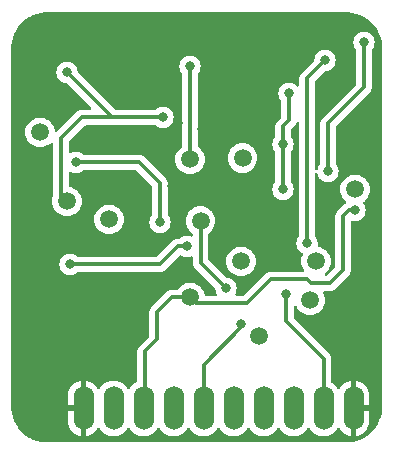
<source format=gbl>
G04 #@! TF.GenerationSoftware,KiCad,Pcbnew,8.0.1-rc1*
G04 #@! TF.CreationDate,2024-03-16T10:33:16-04:00*
G04 #@! TF.ProjectId,boostlet,626f6f73-746c-4657-942e-6b696361645f,rev?*
G04 #@! TF.SameCoordinates,Original*
G04 #@! TF.FileFunction,Copper,L2,Bot*
G04 #@! TF.FilePolarity,Positive*
%FSLAX46Y46*%
G04 Gerber Fmt 4.6, Leading zero omitted, Abs format (unit mm)*
G04 Created by KiCad (PCBNEW 8.0.1-rc1) date 2024-03-16 10:33:16*
%MOMM*%
%LPD*%
G01*
G04 APERTURE LIST*
G04 #@! TA.AperFunction,ComponentPad*
%ADD10O,1.700000X3.700000*%
G04 #@! TD*
G04 #@! TA.AperFunction,SMDPad,CuDef*
%ADD11C,1.500000*%
G04 #@! TD*
G04 #@! TA.AperFunction,ViaPad*
%ADD12C,0.800000*%
G04 #@! TD*
G04 #@! TA.AperFunction,Conductor*
%ADD13C,0.304800*%
G04 #@! TD*
G04 APERTURE END LIST*
D10*
G04 #@! TO.P,J4,1,Pin_1*
G04 #@! TO.N,GND*
X111887000Y-112776000D03*
G04 #@! TO.P,J4,2,Pin_2*
G04 #@! TO.N,/V_BUS*
X114427000Y-112776000D03*
G04 #@! TO.P,J4,3,Pin_3*
G04 #@! TO.N,VCC*
X116967000Y-112776000D03*
G04 #@! TO.P,J4,4,Pin_4*
G04 #@! TO.N,/V_BATT*
X119507000Y-112776000D03*
G04 #@! TO.P,J4,5,Pin_5*
G04 #@! TO.N,/BATT_SIG*
X122047000Y-112776000D03*
G04 #@! TO.P,J4,6,Pin_6*
G04 #@! TO.N,/NEO_OUT1*
X124587000Y-112776000D03*
G04 #@! TO.P,J4,7,Pin_7*
G04 #@! TO.N,/NEO_IN1*
X127127000Y-112776000D03*
G04 #@! TO.P,J4,8,Pin_8*
G04 #@! TO.N,/3.3V*
X129667000Y-112776000D03*
G04 #@! TO.P,J4,9,Pin_9*
G04 #@! TO.N,/5V*
X132207000Y-112776000D03*
G04 #@! TO.P,J4,10,Pin_10*
G04 #@! TO.N,GND*
X134747000Y-112776000D03*
G04 #@! TD*
D11*
G04 #@! TO.P,TP4,1,1*
G04 #@! TO.N,Net-(JP1-B)*
X110490000Y-95250000D03*
G04 #@! TD*
G04 #@! TO.P,TP16,1,1*
G04 #@! TO.N,/BATT_SIG*
X121793000Y-96901000D03*
G04 #@! TD*
G04 #@! TO.P,TP15,1,1*
G04 #@! TO.N,/5V*
X134874000Y-94234000D03*
G04 #@! TD*
G04 #@! TO.P,TP5,1,1*
G04 #@! TO.N,/NEO_OUT1*
X125222000Y-100330000D03*
G04 #@! TD*
G04 #@! TO.P,TP11,1,1*
G04 #@! TO.N,Net-(JP2-B)*
X131572000Y-100330000D03*
G04 #@! TD*
G04 #@! TO.P,TP2,1,1*
G04 #@! TO.N,VCC*
X120904000Y-103378000D03*
G04 #@! TD*
G04 #@! TO.P,TP14,1,1*
G04 #@! TO.N,Net-(D2-K)*
X125349000Y-91567000D03*
G04 #@! TD*
G04 #@! TO.P,TP6,1,1*
G04 #@! TO.N,Net-(U1-EN)*
X114046000Y-96774000D03*
G04 #@! TD*
G04 #@! TO.P,TP3,1,1*
G04 #@! TO.N,/V_BATT*
X108204000Y-89408000D03*
G04 #@! TD*
G04 #@! TO.P,TP13,1,1*
G04 #@! TO.N,/3.3V*
X131064000Y-103632000D03*
G04 #@! TD*
G04 #@! TO.P,TP1,1,1*
G04 #@! TO.N,/NEO_IN1*
X126746000Y-106680000D03*
G04 #@! TD*
G04 #@! TO.P,TP12,1,1*
G04 #@! TO.N,/V_BOOST*
X120904000Y-91694000D03*
G04 #@! TD*
D12*
G04 #@! TO.N,/5V*
X120650000Y-99060000D03*
X110744000Y-100584000D03*
X129032000Y-103124000D03*
X132588000Y-92710000D03*
X135636000Y-81788000D03*
X134874000Y-94234000D03*
G04 #@! TO.N,/V_BATT*
X108204000Y-89408000D03*
X118364000Y-97028000D03*
X111252000Y-91948000D03*
G04 #@! TO.N,/V_BOOST*
X120904000Y-83820000D03*
X120904000Y-91694000D03*
G04 #@! TO.N,Net-(JP1-B)*
X110490000Y-95250000D03*
X118618000Y-88138000D03*
X110490000Y-84328000D03*
G04 #@! TO.N,/3.3V*
X131064000Y-103632000D03*
G04 #@! TO.N,/NEO_OUT1*
X125222000Y-100330000D03*
G04 #@! TO.N,GND*
X116332000Y-85344000D03*
X116840000Y-101854000D03*
X119888000Y-88646000D03*
X133858000Y-107188000D03*
X131572000Y-105664000D03*
X121920000Y-94488000D03*
X119380000Y-93980000D03*
X123444000Y-91948000D03*
X115824000Y-106680000D03*
X129286000Y-99822000D03*
X129286000Y-96774000D03*
X127254000Y-96012000D03*
X125984000Y-80772000D03*
X121920000Y-89154000D03*
G04 #@! TO.N,VCC*
X120904000Y-103378000D03*
X134874000Y-96012000D03*
G04 #@! TO.N,/BATT_SIG*
X125222000Y-105664000D03*
X121793000Y-97028000D03*
X123952000Y-102616000D03*
G04 #@! TO.N,/NEO_IN1*
X126746000Y-106680000D03*
G04 #@! TO.N,Net-(D2-K)*
X125349000Y-91567000D03*
G04 #@! TO.N,Net-(JP2-B)*
X131572000Y-100330000D03*
X130810000Y-98806000D03*
X132334000Y-83312000D03*
G04 #@! TO.N,Net-(U1-EN)*
X114046000Y-96774000D03*
G04 #@! TO.N,/V_BUS*
X128778000Y-94234000D03*
X128777000Y-90423000D03*
X129286000Y-86106000D03*
G04 #@! TD*
D13*
G04 #@! TO.N,/5V*
X135636000Y-81788000D02*
X135636000Y-85598000D01*
X110744000Y-100584000D02*
X118364000Y-100584000D01*
X118364000Y-100584000D02*
X119888000Y-99060000D01*
X132588000Y-88646000D02*
X132588000Y-92710000D01*
X132207000Y-108585000D02*
X132207000Y-112776000D01*
X129032000Y-103124000D02*
X129032000Y-105410000D01*
X119888000Y-99060000D02*
X120650000Y-99060000D01*
X129032000Y-105410000D02*
X132207000Y-108585000D01*
X135636000Y-85598000D02*
X132588000Y-88646000D01*
G04 #@! TO.N,/V_BATT*
X116586000Y-91948000D02*
X118364000Y-93726000D01*
X111252000Y-91948000D02*
X116586000Y-91948000D01*
X118364000Y-93726000D02*
X118364000Y-97028000D01*
G04 #@! TO.N,/V_BOOST*
X120904000Y-91694000D02*
X120904000Y-83820000D01*
G04 #@! TO.N,Net-(JP1-B)*
X111760000Y-88138000D02*
X109982000Y-89916000D01*
X110490000Y-84328000D02*
X114300000Y-88138000D01*
X109982000Y-89916000D02*
X109982000Y-94742000D01*
X114300000Y-88138000D02*
X118618000Y-88138000D01*
X109982000Y-94742000D02*
X110490000Y-95250000D01*
X114300000Y-88138000D02*
X111760000Y-88138000D01*
G04 #@! TO.N,VCC*
X134366000Y-96012000D02*
X134874000Y-96012000D01*
X132755600Y-102194400D02*
X133858000Y-101092000D01*
X118110000Y-104648000D02*
X119380000Y-103378000D01*
X120904000Y-103378000D02*
X121412000Y-103886000D01*
X131150400Y-102194400D02*
X132755600Y-102194400D01*
X117094000Y-112649000D02*
X117094000Y-107950000D01*
X133858000Y-96520000D02*
X134366000Y-96012000D01*
X133858000Y-101092000D02*
X133858000Y-96520000D01*
X117094000Y-107950000D02*
X118110000Y-106934000D01*
X125730000Y-103886000D02*
X127762000Y-101854000D01*
X118110000Y-106934000D02*
X118110000Y-104648000D01*
X127762000Y-101854000D02*
X130810000Y-101854000D01*
X121412000Y-103886000D02*
X125730000Y-103886000D01*
X130810000Y-101854000D02*
X131150400Y-102194400D01*
X116967000Y-112776000D02*
X117094000Y-112649000D01*
X119380000Y-103378000D02*
X120904000Y-103378000D01*
G04 #@! TO.N,/BATT_SIG*
X125222000Y-105664000D02*
X125222000Y-105918000D01*
X125222000Y-105918000D02*
X122047000Y-109093000D01*
X122047000Y-97282000D02*
X121793000Y-97028000D01*
X121793000Y-100457000D02*
X121793000Y-97028000D01*
X123952000Y-102616000D02*
X121793000Y-100457000D01*
X122047000Y-109093000D02*
X122047000Y-112776000D01*
G04 #@! TO.N,Net-(JP2-B)*
X130810000Y-84836000D02*
X132334000Y-83312000D01*
X130810000Y-98806000D02*
X130810000Y-84836000D01*
G04 #@! TO.N,/V_BUS*
X129286000Y-88392000D02*
X129286000Y-86106000D01*
X128778000Y-88900000D02*
X129286000Y-88392000D01*
X128778000Y-94234000D02*
X128778000Y-88900000D01*
G04 #@! TD*
G04 #@! TA.AperFunction,Conductor*
G04 #@! TO.N,GND*
G36*
X134160855Y-79249011D02*
G01*
X134322269Y-79251274D01*
X134334390Y-79252041D01*
X134638553Y-79286312D01*
X134655992Y-79288277D01*
X134669700Y-79290606D01*
X134984366Y-79362426D01*
X134997725Y-79366273D01*
X135302392Y-79472881D01*
X135315228Y-79478199D01*
X135605867Y-79618163D01*
X135606025Y-79618239D01*
X135618195Y-79624965D01*
X135891486Y-79796685D01*
X135902827Y-79804732D01*
X136155173Y-80005971D01*
X136165541Y-80015237D01*
X136393762Y-80243458D01*
X136403028Y-80253826D01*
X136604267Y-80506172D01*
X136612314Y-80517513D01*
X136784034Y-80790804D01*
X136790760Y-80802974D01*
X136930798Y-81093766D01*
X136936120Y-81106613D01*
X137042724Y-81411270D01*
X137046573Y-81424633D01*
X137118393Y-81739299D01*
X137120722Y-81753007D01*
X137156957Y-82074597D01*
X137157725Y-82086743D01*
X137159988Y-82248144D01*
X137160000Y-82249882D01*
X137160000Y-112648117D01*
X137159988Y-112649855D01*
X137157725Y-112811256D01*
X137156957Y-112823402D01*
X137120722Y-113144992D01*
X137118393Y-113158700D01*
X137046573Y-113473366D01*
X137042724Y-113486729D01*
X136936120Y-113791386D01*
X136930798Y-113804233D01*
X136790760Y-114095025D01*
X136784034Y-114107195D01*
X136612314Y-114380486D01*
X136604267Y-114391827D01*
X136403028Y-114644173D01*
X136393762Y-114654541D01*
X136165541Y-114882762D01*
X136155173Y-114892028D01*
X135902827Y-115093267D01*
X135891486Y-115101314D01*
X135618195Y-115273034D01*
X135606025Y-115279760D01*
X135315233Y-115419798D01*
X135302386Y-115425120D01*
X134997729Y-115531724D01*
X134984366Y-115535573D01*
X134669700Y-115607393D01*
X134655992Y-115609722D01*
X134334402Y-115645957D01*
X134322256Y-115646725D01*
X134160856Y-115648988D01*
X134159118Y-115649000D01*
X108760860Y-115649000D01*
X108759187Y-115648989D01*
X108754561Y-115648926D01*
X108597769Y-115646809D01*
X108585560Y-115646040D01*
X108263992Y-115609808D01*
X108250284Y-115607479D01*
X107935609Y-115535657D01*
X107922246Y-115531808D01*
X107617583Y-115425202D01*
X107604736Y-115419880D01*
X107313932Y-115279836D01*
X107301762Y-115273110D01*
X107028463Y-115101385D01*
X107017122Y-115093338D01*
X106764768Y-114892093D01*
X106754400Y-114882827D01*
X106526172Y-114654599D01*
X106516906Y-114644231D01*
X106388981Y-114483818D01*
X106315659Y-114391874D01*
X106307614Y-114380536D01*
X106135889Y-114107237D01*
X106129163Y-114095067D01*
X105989119Y-113804263D01*
X105983797Y-113791416D01*
X105983787Y-113791386D01*
X105877188Y-113486743D01*
X105873342Y-113473390D01*
X105801520Y-113158715D01*
X105799191Y-113145007D01*
X105762958Y-112823433D01*
X105762190Y-112811229D01*
X105760011Y-112649813D01*
X105760000Y-112648139D01*
X105760000Y-100584000D01*
X109838540Y-100584000D01*
X109858326Y-100772256D01*
X109858327Y-100772259D01*
X109916818Y-100952277D01*
X109916821Y-100952284D01*
X110011467Y-101116216D01*
X110110489Y-101226191D01*
X110138129Y-101256888D01*
X110291265Y-101368148D01*
X110291270Y-101368151D01*
X110464192Y-101445142D01*
X110464197Y-101445144D01*
X110649354Y-101484500D01*
X110649355Y-101484500D01*
X110838644Y-101484500D01*
X110838646Y-101484500D01*
X111023803Y-101445144D01*
X111196730Y-101368151D01*
X111302097Y-101291598D01*
X111344787Y-101260582D01*
X111410593Y-101237102D01*
X111417672Y-101236900D01*
X118428307Y-101236900D01*
X118513165Y-101220019D01*
X118554444Y-101211809D01*
X118673264Y-101162592D01*
X118682673Y-101156305D01*
X118780200Y-101091141D01*
X120023874Y-99847464D01*
X120085195Y-99813981D01*
X120154886Y-99818965D01*
X120184437Y-99834828D01*
X120197269Y-99844151D01*
X120370192Y-99921142D01*
X120370197Y-99921144D01*
X120555354Y-99960500D01*
X120555355Y-99960500D01*
X120744644Y-99960500D01*
X120744646Y-99960500D01*
X120929803Y-99921144D01*
X120940146Y-99916538D01*
X120965664Y-99905178D01*
X121034914Y-99895893D01*
X121098191Y-99925521D01*
X121135404Y-99984656D01*
X121140100Y-100018457D01*
X121140100Y-100521305D01*
X121140100Y-100521307D01*
X121140099Y-100521307D01*
X121165189Y-100647438D01*
X121165191Y-100647444D01*
X121211532Y-100759322D01*
X121214408Y-100766264D01*
X121285859Y-100873200D01*
X121285862Y-100873204D01*
X121285863Y-100873205D01*
X123017589Y-102604930D01*
X123051074Y-102666253D01*
X123053229Y-102679649D01*
X123066326Y-102804257D01*
X123066327Y-102804260D01*
X123124818Y-102984277D01*
X123124821Y-102984284D01*
X123161088Y-103047100D01*
X123177561Y-103115000D01*
X123154708Y-103181027D01*
X123099787Y-103224218D01*
X123053701Y-103233100D01*
X122254936Y-103233100D01*
X122187897Y-103213415D01*
X122142142Y-103160611D01*
X122135162Y-103141198D01*
X122083575Y-102948670D01*
X121991102Y-102750362D01*
X121991100Y-102750359D01*
X121991099Y-102750357D01*
X121865599Y-102571124D01*
X121801375Y-102506900D01*
X121710877Y-102416402D01*
X121531639Y-102290898D01*
X121531640Y-102290898D01*
X121531638Y-102290897D01*
X121432484Y-102244661D01*
X121333330Y-102198425D01*
X121333326Y-102198424D01*
X121333322Y-102198422D01*
X121121977Y-102141793D01*
X120904002Y-102122723D01*
X120903998Y-102122723D01*
X120758682Y-102135436D01*
X120686023Y-102141793D01*
X120686020Y-102141793D01*
X120474677Y-102198422D01*
X120474668Y-102198426D01*
X120276361Y-102290898D01*
X120276357Y-102290900D01*
X120097121Y-102416402D01*
X119942402Y-102571121D01*
X119871611Y-102672223D01*
X119817034Y-102715848D01*
X119770036Y-102725100D01*
X119315693Y-102725100D01*
X119189561Y-102750189D01*
X119189555Y-102750191D01*
X119070737Y-102799407D01*
X118963797Y-102870861D01*
X118963796Y-102870862D01*
X117602863Y-104231794D01*
X117602862Y-104231795D01*
X117535575Y-104332500D01*
X117531404Y-104338741D01*
X117482192Y-104457551D01*
X117482191Y-104457556D01*
X117457100Y-104583692D01*
X117457100Y-106612196D01*
X117437415Y-106679235D01*
X117420781Y-106699877D01*
X116586863Y-107533794D01*
X116586862Y-107533795D01*
X116515407Y-107640737D01*
X116466191Y-107759555D01*
X116466189Y-107759561D01*
X116441100Y-107885692D01*
X116441100Y-110452270D01*
X116421415Y-110519309D01*
X116373395Y-110562755D01*
X116259180Y-110620951D01*
X116087213Y-110745890D01*
X115936890Y-110896213D01*
X115811949Y-111068182D01*
X115807484Y-111076946D01*
X115759509Y-111127742D01*
X115691688Y-111144536D01*
X115625553Y-111121998D01*
X115586516Y-111076946D01*
X115582050Y-111068182D01*
X115457109Y-110896213D01*
X115306786Y-110745890D01*
X115134820Y-110620951D01*
X114945414Y-110524444D01*
X114945413Y-110524443D01*
X114945412Y-110524443D01*
X114743243Y-110458754D01*
X114743241Y-110458753D01*
X114743240Y-110458753D01*
X114581957Y-110433208D01*
X114533287Y-110425500D01*
X114320713Y-110425500D01*
X114272042Y-110433208D01*
X114110760Y-110458753D01*
X113908585Y-110524444D01*
X113719179Y-110620951D01*
X113547213Y-110745890D01*
X113396890Y-110896213D01*
X113271949Y-111068182D01*
X113267202Y-111077499D01*
X113219227Y-111128293D01*
X113151405Y-111145087D01*
X113085271Y-111122548D01*
X113046234Y-111077495D01*
X113041622Y-111068444D01*
X112916727Y-110896540D01*
X112916723Y-110896535D01*
X112766464Y-110746276D01*
X112766459Y-110746272D01*
X112594557Y-110621379D01*
X112405215Y-110524903D01*
X112203124Y-110459241D01*
X112137000Y-110448768D01*
X112137000Y-112342988D01*
X112079993Y-112310075D01*
X111952826Y-112276000D01*
X111821174Y-112276000D01*
X111694007Y-112310075D01*
X111637000Y-112342988D01*
X111637000Y-110448768D01*
X111636999Y-110448768D01*
X111570875Y-110459241D01*
X111368784Y-110524903D01*
X111179442Y-110621379D01*
X111007540Y-110746272D01*
X111007535Y-110746276D01*
X110857276Y-110896535D01*
X110857272Y-110896540D01*
X110732379Y-111068442D01*
X110635904Y-111257782D01*
X110570242Y-111459869D01*
X110570242Y-111459872D01*
X110537000Y-111669753D01*
X110537000Y-112526000D01*
X111453988Y-112526000D01*
X111421075Y-112583007D01*
X111387000Y-112710174D01*
X111387000Y-112841826D01*
X111421075Y-112968993D01*
X111453988Y-113026000D01*
X110537000Y-113026000D01*
X110537000Y-113882246D01*
X110570242Y-114092127D01*
X110570242Y-114092130D01*
X110635904Y-114294217D01*
X110732379Y-114483557D01*
X110857272Y-114655459D01*
X110857276Y-114655464D01*
X111007535Y-114805723D01*
X111007540Y-114805727D01*
X111179442Y-114930620D01*
X111368782Y-115027095D01*
X111570871Y-115092757D01*
X111637000Y-115103231D01*
X111637000Y-113209012D01*
X111694007Y-113241925D01*
X111821174Y-113276000D01*
X111952826Y-113276000D01*
X112079993Y-113241925D01*
X112137000Y-113209012D01*
X112137000Y-115103230D01*
X112203126Y-115092757D01*
X112203129Y-115092757D01*
X112405217Y-115027095D01*
X112594557Y-114930620D01*
X112766459Y-114805727D01*
X112766464Y-114805723D01*
X112916723Y-114655464D01*
X112916727Y-114655459D01*
X113041620Y-114483558D01*
X113046232Y-114474507D01*
X113094205Y-114423709D01*
X113162025Y-114406912D01*
X113228161Y-114429447D01*
X113267204Y-114474504D01*
X113271949Y-114483817D01*
X113396890Y-114655786D01*
X113547213Y-114806109D01*
X113719179Y-114931048D01*
X113719181Y-114931049D01*
X113719184Y-114931051D01*
X113908588Y-115027557D01*
X114110757Y-115093246D01*
X114320713Y-115126500D01*
X114320714Y-115126500D01*
X114533286Y-115126500D01*
X114533287Y-115126500D01*
X114743243Y-115093246D01*
X114945412Y-115027557D01*
X115134816Y-114931051D01*
X115156789Y-114915086D01*
X115306786Y-114806109D01*
X115306788Y-114806106D01*
X115306792Y-114806104D01*
X115457104Y-114655792D01*
X115457106Y-114655788D01*
X115457109Y-114655786D01*
X115582048Y-114483820D01*
X115582047Y-114483820D01*
X115582051Y-114483816D01*
X115586514Y-114475054D01*
X115634488Y-114424259D01*
X115702308Y-114407463D01*
X115768444Y-114429999D01*
X115807486Y-114475056D01*
X115811951Y-114483820D01*
X115936890Y-114655786D01*
X116087213Y-114806109D01*
X116259179Y-114931048D01*
X116259181Y-114931049D01*
X116259184Y-114931051D01*
X116448588Y-115027557D01*
X116650757Y-115093246D01*
X116860713Y-115126500D01*
X116860714Y-115126500D01*
X117073286Y-115126500D01*
X117073287Y-115126500D01*
X117283243Y-115093246D01*
X117485412Y-115027557D01*
X117674816Y-114931051D01*
X117696789Y-114915086D01*
X117846786Y-114806109D01*
X117846788Y-114806106D01*
X117846792Y-114806104D01*
X117997104Y-114655792D01*
X117997106Y-114655788D01*
X117997109Y-114655786D01*
X118122048Y-114483820D01*
X118122047Y-114483820D01*
X118122051Y-114483816D01*
X118126514Y-114475054D01*
X118174488Y-114424259D01*
X118242308Y-114407463D01*
X118308444Y-114429999D01*
X118347486Y-114475056D01*
X118351951Y-114483820D01*
X118476890Y-114655786D01*
X118627213Y-114806109D01*
X118799179Y-114931048D01*
X118799181Y-114931049D01*
X118799184Y-114931051D01*
X118988588Y-115027557D01*
X119190757Y-115093246D01*
X119400713Y-115126500D01*
X119400714Y-115126500D01*
X119613286Y-115126500D01*
X119613287Y-115126500D01*
X119823243Y-115093246D01*
X120025412Y-115027557D01*
X120214816Y-114931051D01*
X120236789Y-114915086D01*
X120386786Y-114806109D01*
X120386788Y-114806106D01*
X120386792Y-114806104D01*
X120537104Y-114655792D01*
X120537106Y-114655788D01*
X120537109Y-114655786D01*
X120662048Y-114483820D01*
X120662047Y-114483820D01*
X120662051Y-114483816D01*
X120666514Y-114475054D01*
X120714488Y-114424259D01*
X120782308Y-114407463D01*
X120848444Y-114429999D01*
X120887486Y-114475056D01*
X120891951Y-114483820D01*
X121016890Y-114655786D01*
X121167213Y-114806109D01*
X121339179Y-114931048D01*
X121339181Y-114931049D01*
X121339184Y-114931051D01*
X121528588Y-115027557D01*
X121730757Y-115093246D01*
X121940713Y-115126500D01*
X121940714Y-115126500D01*
X122153286Y-115126500D01*
X122153287Y-115126500D01*
X122363243Y-115093246D01*
X122565412Y-115027557D01*
X122754816Y-114931051D01*
X122776789Y-114915086D01*
X122926786Y-114806109D01*
X122926788Y-114806106D01*
X122926792Y-114806104D01*
X123077104Y-114655792D01*
X123077106Y-114655788D01*
X123077109Y-114655786D01*
X123202048Y-114483820D01*
X123202047Y-114483820D01*
X123202051Y-114483816D01*
X123206514Y-114475054D01*
X123254488Y-114424259D01*
X123322308Y-114407463D01*
X123388444Y-114429999D01*
X123427486Y-114475056D01*
X123431951Y-114483820D01*
X123556890Y-114655786D01*
X123707213Y-114806109D01*
X123879179Y-114931048D01*
X123879181Y-114931049D01*
X123879184Y-114931051D01*
X124068588Y-115027557D01*
X124270757Y-115093246D01*
X124480713Y-115126500D01*
X124480714Y-115126500D01*
X124693286Y-115126500D01*
X124693287Y-115126500D01*
X124903243Y-115093246D01*
X125105412Y-115027557D01*
X125294816Y-114931051D01*
X125316789Y-114915086D01*
X125466786Y-114806109D01*
X125466788Y-114806106D01*
X125466792Y-114806104D01*
X125617104Y-114655792D01*
X125617106Y-114655788D01*
X125617109Y-114655786D01*
X125742048Y-114483820D01*
X125742047Y-114483820D01*
X125742051Y-114483816D01*
X125746514Y-114475054D01*
X125794488Y-114424259D01*
X125862308Y-114407463D01*
X125928444Y-114429999D01*
X125967486Y-114475056D01*
X125971951Y-114483820D01*
X126096890Y-114655786D01*
X126247213Y-114806109D01*
X126419179Y-114931048D01*
X126419181Y-114931049D01*
X126419184Y-114931051D01*
X126608588Y-115027557D01*
X126810757Y-115093246D01*
X127020713Y-115126500D01*
X127020714Y-115126500D01*
X127233286Y-115126500D01*
X127233287Y-115126500D01*
X127443243Y-115093246D01*
X127645412Y-115027557D01*
X127834816Y-114931051D01*
X127856789Y-114915086D01*
X128006786Y-114806109D01*
X128006788Y-114806106D01*
X128006792Y-114806104D01*
X128157104Y-114655792D01*
X128157106Y-114655788D01*
X128157109Y-114655786D01*
X128282048Y-114483820D01*
X128282047Y-114483820D01*
X128282051Y-114483816D01*
X128286514Y-114475054D01*
X128334488Y-114424259D01*
X128402308Y-114407463D01*
X128468444Y-114429999D01*
X128507486Y-114475056D01*
X128511951Y-114483820D01*
X128636890Y-114655786D01*
X128787213Y-114806109D01*
X128959179Y-114931048D01*
X128959181Y-114931049D01*
X128959184Y-114931051D01*
X129148588Y-115027557D01*
X129350757Y-115093246D01*
X129560713Y-115126500D01*
X129560714Y-115126500D01*
X129773286Y-115126500D01*
X129773287Y-115126500D01*
X129983243Y-115093246D01*
X130185412Y-115027557D01*
X130374816Y-114931051D01*
X130396789Y-114915086D01*
X130546786Y-114806109D01*
X130546788Y-114806106D01*
X130546792Y-114806104D01*
X130697104Y-114655792D01*
X130697106Y-114655788D01*
X130697109Y-114655786D01*
X130822048Y-114483820D01*
X130822047Y-114483820D01*
X130822051Y-114483816D01*
X130826514Y-114475054D01*
X130874488Y-114424259D01*
X130942308Y-114407463D01*
X131008444Y-114429999D01*
X131047486Y-114475056D01*
X131051951Y-114483820D01*
X131176890Y-114655786D01*
X131327213Y-114806109D01*
X131499179Y-114931048D01*
X131499181Y-114931049D01*
X131499184Y-114931051D01*
X131688588Y-115027557D01*
X131890757Y-115093246D01*
X132100713Y-115126500D01*
X132100714Y-115126500D01*
X132313286Y-115126500D01*
X132313287Y-115126500D01*
X132523243Y-115093246D01*
X132725412Y-115027557D01*
X132914816Y-114931051D01*
X132936789Y-114915086D01*
X133086786Y-114806109D01*
X133086788Y-114806106D01*
X133086792Y-114806104D01*
X133237104Y-114655792D01*
X133237106Y-114655788D01*
X133237109Y-114655786D01*
X133362048Y-114483820D01*
X133362051Y-114483816D01*
X133366793Y-114474508D01*
X133414763Y-114423711D01*
X133482583Y-114406911D01*
X133548719Y-114429445D01*
X133587763Y-114474500D01*
X133592377Y-114483555D01*
X133717272Y-114655459D01*
X133717276Y-114655464D01*
X133867535Y-114805723D01*
X133867540Y-114805727D01*
X134039442Y-114930620D01*
X134228782Y-115027095D01*
X134430871Y-115092757D01*
X134497000Y-115103231D01*
X134497000Y-113209012D01*
X134554007Y-113241925D01*
X134681174Y-113276000D01*
X134812826Y-113276000D01*
X134939993Y-113241925D01*
X134997000Y-113209012D01*
X134997000Y-115103230D01*
X135063126Y-115092757D01*
X135063129Y-115092757D01*
X135265217Y-115027095D01*
X135454557Y-114930620D01*
X135626459Y-114805727D01*
X135626464Y-114805723D01*
X135776723Y-114655464D01*
X135776727Y-114655459D01*
X135901620Y-114483557D01*
X135998095Y-114294217D01*
X136063757Y-114092130D01*
X136063757Y-114092127D01*
X136097000Y-113882246D01*
X136097000Y-113026000D01*
X135180012Y-113026000D01*
X135212925Y-112968993D01*
X135247000Y-112841826D01*
X135247000Y-112710174D01*
X135212925Y-112583007D01*
X135180012Y-112526000D01*
X136097000Y-112526000D01*
X136097000Y-111669753D01*
X136063757Y-111459872D01*
X136063757Y-111459869D01*
X135998095Y-111257782D01*
X135901620Y-111068442D01*
X135776727Y-110896540D01*
X135776723Y-110896535D01*
X135626464Y-110746276D01*
X135626459Y-110746272D01*
X135454557Y-110621379D01*
X135265215Y-110524903D01*
X135063124Y-110459241D01*
X134997000Y-110448768D01*
X134997000Y-112342988D01*
X134939993Y-112310075D01*
X134812826Y-112276000D01*
X134681174Y-112276000D01*
X134554007Y-112310075D01*
X134497000Y-112342988D01*
X134497000Y-110448768D01*
X134496999Y-110448768D01*
X134430875Y-110459241D01*
X134228784Y-110524903D01*
X134039442Y-110621379D01*
X133867540Y-110746272D01*
X133867535Y-110746276D01*
X133717276Y-110896535D01*
X133717272Y-110896540D01*
X133592378Y-111068443D01*
X133587762Y-111077502D01*
X133539784Y-111128295D01*
X133471963Y-111145087D01*
X133405829Y-111122546D01*
X133366794Y-111077493D01*
X133362051Y-111068184D01*
X133362049Y-111068181D01*
X133362048Y-111068179D01*
X133237109Y-110896213D01*
X133086790Y-110745894D01*
X133086785Y-110745890D01*
X132911015Y-110618186D01*
X132868349Y-110562856D01*
X132859900Y-110517868D01*
X132859900Y-108520692D01*
X132834810Y-108394561D01*
X132834809Y-108394560D01*
X132834809Y-108394556D01*
X132785592Y-108275736D01*
X132774586Y-108259264D01*
X132714140Y-108168799D01*
X129721219Y-105175878D01*
X129687734Y-105114555D01*
X129684900Y-105088197D01*
X129684900Y-104192774D01*
X129704585Y-104125735D01*
X129757389Y-104079980D01*
X129826547Y-104070036D01*
X129890103Y-104099061D01*
X129921280Y-104140367D01*
X129976898Y-104259639D01*
X130102402Y-104438877D01*
X130257123Y-104593598D01*
X130436361Y-104719102D01*
X130634670Y-104811575D01*
X130846023Y-104868207D01*
X131028926Y-104884208D01*
X131063998Y-104887277D01*
X131064000Y-104887277D01*
X131064002Y-104887277D01*
X131092254Y-104884805D01*
X131281977Y-104868207D01*
X131493330Y-104811575D01*
X131691639Y-104719102D01*
X131870877Y-104593598D01*
X132025598Y-104438877D01*
X132151102Y-104259639D01*
X132243575Y-104061330D01*
X132300207Y-103849977D01*
X132319277Y-103632000D01*
X132300207Y-103414023D01*
X132243575Y-103202670D01*
X132160122Y-103023705D01*
X132149630Y-102954627D01*
X132178150Y-102890843D01*
X132236626Y-102852604D01*
X132272504Y-102847300D01*
X132819907Y-102847300D01*
X132904765Y-102830419D01*
X132946044Y-102822209D01*
X133064864Y-102772992D01*
X133068061Y-102770856D01*
X133171800Y-102701541D01*
X134365140Y-101508200D01*
X134436592Y-101401264D01*
X134485809Y-101282444D01*
X134489403Y-101264374D01*
X134494868Y-101236903D01*
X134494868Y-101236900D01*
X134510900Y-101156305D01*
X134510900Y-97008565D01*
X134530585Y-96941526D01*
X134583389Y-96895771D01*
X134652547Y-96885827D01*
X134660666Y-96887272D01*
X134779354Y-96912500D01*
X134779355Y-96912500D01*
X134968644Y-96912500D01*
X134968646Y-96912500D01*
X135153803Y-96873144D01*
X135326730Y-96796151D01*
X135479871Y-96684888D01*
X135606533Y-96544216D01*
X135701179Y-96380284D01*
X135759674Y-96200256D01*
X135779460Y-96012000D01*
X135759674Y-95823744D01*
X135701179Y-95643716D01*
X135606533Y-95479784D01*
X135572125Y-95441570D01*
X135541895Y-95378578D01*
X135550520Y-95309243D01*
X135593150Y-95257024D01*
X135680877Y-95195598D01*
X135835598Y-95040877D01*
X135961102Y-94861639D01*
X136053575Y-94663330D01*
X136110207Y-94451977D01*
X136129277Y-94234000D01*
X136110207Y-94016023D01*
X136053575Y-93804670D01*
X135961102Y-93606362D01*
X135961100Y-93606359D01*
X135961099Y-93606357D01*
X135835599Y-93427124D01*
X135791363Y-93382888D01*
X135680877Y-93272402D01*
X135501639Y-93146898D01*
X135501640Y-93146898D01*
X135501638Y-93146897D01*
X135402484Y-93100661D01*
X135303330Y-93054425D01*
X135303326Y-93054424D01*
X135303322Y-93054422D01*
X135091977Y-92997793D01*
X134874002Y-92978723D01*
X134873998Y-92978723D01*
X134728682Y-92991436D01*
X134656023Y-92997793D01*
X134656020Y-92997793D01*
X134444677Y-93054422D01*
X134444668Y-93054426D01*
X134246361Y-93146898D01*
X134246357Y-93146900D01*
X134067121Y-93272402D01*
X133912402Y-93427121D01*
X133786900Y-93606357D01*
X133786898Y-93606361D01*
X133694426Y-93804668D01*
X133694422Y-93804677D01*
X133637793Y-94016020D01*
X133637793Y-94016024D01*
X133618723Y-94233997D01*
X133618723Y-94234002D01*
X133628258Y-94342988D01*
X133637018Y-94443124D01*
X133637793Y-94451975D01*
X133637793Y-94451979D01*
X133694422Y-94663322D01*
X133694424Y-94663326D01*
X133694425Y-94663330D01*
X133736300Y-94753131D01*
X133786897Y-94861638D01*
X133786898Y-94861639D01*
X133912402Y-95040877D01*
X134067123Y-95195598D01*
X134091510Y-95212674D01*
X134135134Y-95267247D01*
X134142328Y-95336746D01*
X134110806Y-95399101D01*
X134067843Y-95428806D01*
X134056740Y-95433405D01*
X133949797Y-95504861D01*
X133949796Y-95504862D01*
X133350863Y-96103794D01*
X133350862Y-96103795D01*
X133279407Y-96210737D01*
X133230191Y-96329555D01*
X133230189Y-96329561D01*
X133205100Y-96455692D01*
X133205100Y-100770197D01*
X133185415Y-100837236D01*
X133168781Y-100857878D01*
X132521478Y-101505181D01*
X132460155Y-101538666D01*
X132433797Y-101541500D01*
X132415257Y-101541500D01*
X132348218Y-101521815D01*
X132302463Y-101469011D01*
X132292519Y-101399853D01*
X132321544Y-101336297D01*
X132344127Y-101315929D01*
X132378877Y-101291598D01*
X132533598Y-101136877D01*
X132659102Y-100957639D01*
X132751575Y-100759330D01*
X132808207Y-100547977D01*
X132827277Y-100330000D01*
X132808207Y-100112023D01*
X132757061Y-99921144D01*
X132751577Y-99900677D01*
X132751576Y-99900676D01*
X132751575Y-99900670D01*
X132659102Y-99702362D01*
X132659100Y-99702359D01*
X132659099Y-99702357D01*
X132533599Y-99523124D01*
X132489363Y-99478888D01*
X132378877Y-99368402D01*
X132199639Y-99242898D01*
X132199640Y-99242898D01*
X132199638Y-99242897D01*
X132100484Y-99196661D01*
X132001330Y-99150425D01*
X132001326Y-99150424D01*
X132001324Y-99150423D01*
X131790378Y-99093900D01*
X131730718Y-99057535D01*
X131700189Y-98994688D01*
X131699151Y-98961171D01*
X131715460Y-98806000D01*
X131695674Y-98617744D01*
X131637179Y-98437716D01*
X131589856Y-98355750D01*
X131542534Y-98273785D01*
X131542529Y-98273778D01*
X131494750Y-98220714D01*
X131464520Y-98157722D01*
X131462900Y-98137742D01*
X131462900Y-92944283D01*
X131482585Y-92877244D01*
X131535389Y-92831489D01*
X131604547Y-92821545D01*
X131668103Y-92850570D01*
X131704831Y-92905965D01*
X131760818Y-93078278D01*
X131760821Y-93078284D01*
X131855467Y-93242216D01*
X131916321Y-93309801D01*
X131982129Y-93382888D01*
X132135265Y-93494148D01*
X132135270Y-93494151D01*
X132308192Y-93571142D01*
X132308197Y-93571144D01*
X132493354Y-93610500D01*
X132493355Y-93610500D01*
X132682644Y-93610500D01*
X132682646Y-93610500D01*
X132867803Y-93571144D01*
X133040730Y-93494151D01*
X133193871Y-93382888D01*
X133320533Y-93242216D01*
X133415179Y-93078284D01*
X133473674Y-92898256D01*
X133493460Y-92710000D01*
X133473674Y-92521744D01*
X133415179Y-92341716D01*
X133367856Y-92259750D01*
X133320534Y-92177785D01*
X133320529Y-92177778D01*
X133272750Y-92124714D01*
X133242520Y-92061722D01*
X133240900Y-92041742D01*
X133240900Y-88967802D01*
X133260585Y-88900763D01*
X133277219Y-88880121D01*
X136143139Y-86014201D01*
X136143141Y-86014199D01*
X136214592Y-85907264D01*
X136263809Y-85788444D01*
X136288900Y-85662305D01*
X136288900Y-82456256D01*
X136308585Y-82389217D01*
X136320750Y-82373284D01*
X136368533Y-82320216D01*
X136463179Y-82156284D01*
X136521674Y-81976256D01*
X136541460Y-81788000D01*
X136521674Y-81599744D01*
X136463179Y-81419716D01*
X136368533Y-81255784D01*
X136241871Y-81115112D01*
X136241870Y-81115111D01*
X136088734Y-81003851D01*
X136088729Y-81003848D01*
X135915807Y-80926857D01*
X135915802Y-80926855D01*
X135770001Y-80895865D01*
X135730646Y-80887500D01*
X135541354Y-80887500D01*
X135508897Y-80894398D01*
X135356197Y-80926855D01*
X135356192Y-80926857D01*
X135183270Y-81003848D01*
X135183265Y-81003851D01*
X135030129Y-81115111D01*
X134903466Y-81255785D01*
X134808821Y-81419715D01*
X134808818Y-81419722D01*
X134750327Y-81599740D01*
X134750326Y-81599744D01*
X134730540Y-81788000D01*
X134750326Y-81976256D01*
X134750327Y-81976259D01*
X134808818Y-82156277D01*
X134808821Y-82156284D01*
X134903467Y-82320216D01*
X134951250Y-82373284D01*
X134981480Y-82436275D01*
X134983100Y-82456256D01*
X134983100Y-85276196D01*
X134963415Y-85343235D01*
X134946781Y-85363877D01*
X132080863Y-88229794D01*
X132080862Y-88229795D01*
X132009407Y-88336737D01*
X131960191Y-88455555D01*
X131960189Y-88455561D01*
X131935100Y-88581692D01*
X131935100Y-92041742D01*
X131915415Y-92108781D01*
X131903250Y-92124714D01*
X131855470Y-92177778D01*
X131855465Y-92177785D01*
X131760821Y-92341715D01*
X131760818Y-92341722D01*
X131704831Y-92514034D01*
X131665393Y-92571710D01*
X131601035Y-92598908D01*
X131532188Y-92586993D01*
X131480713Y-92539749D01*
X131462900Y-92475716D01*
X131462900Y-85157802D01*
X131482585Y-85090763D01*
X131499219Y-85070121D01*
X132320521Y-84248819D01*
X132381844Y-84215334D01*
X132408202Y-84212500D01*
X132428644Y-84212500D01*
X132428646Y-84212500D01*
X132613803Y-84173144D01*
X132786730Y-84096151D01*
X132939871Y-83984888D01*
X133066533Y-83844216D01*
X133161179Y-83680284D01*
X133219674Y-83500256D01*
X133239460Y-83312000D01*
X133219674Y-83123744D01*
X133161179Y-82943716D01*
X133066533Y-82779784D01*
X132939871Y-82639112D01*
X132939870Y-82639111D01*
X132786734Y-82527851D01*
X132786729Y-82527848D01*
X132613807Y-82450857D01*
X132613802Y-82450855D01*
X132468001Y-82419865D01*
X132428646Y-82411500D01*
X132239354Y-82411500D01*
X132206897Y-82418398D01*
X132054197Y-82450855D01*
X132054192Y-82450857D01*
X131881270Y-82527848D01*
X131881265Y-82527851D01*
X131728129Y-82639111D01*
X131601466Y-82779785D01*
X131506821Y-82943715D01*
X131506818Y-82943722D01*
X131448327Y-83123739D01*
X131448327Y-83123740D01*
X131448326Y-83123744D01*
X131445870Y-83147112D01*
X131435229Y-83248350D01*
X131408644Y-83312964D01*
X131399589Y-83323068D01*
X130302861Y-84419797D01*
X130302860Y-84419798D01*
X130235575Y-84520500D01*
X130231404Y-84526741D01*
X130182192Y-84645551D01*
X130182189Y-84645561D01*
X130157100Y-84771692D01*
X130157100Y-85404647D01*
X130137415Y-85471686D01*
X130084611Y-85517441D01*
X130015453Y-85527385D01*
X129951897Y-85498360D01*
X129940951Y-85487620D01*
X129891871Y-85433112D01*
X129891870Y-85433111D01*
X129738734Y-85321851D01*
X129738729Y-85321848D01*
X129565807Y-85244857D01*
X129565802Y-85244855D01*
X129420001Y-85213865D01*
X129380646Y-85205500D01*
X129191354Y-85205500D01*
X129158897Y-85212398D01*
X129006197Y-85244855D01*
X129006192Y-85244857D01*
X128833270Y-85321848D01*
X128833265Y-85321851D01*
X128680129Y-85433111D01*
X128553466Y-85573785D01*
X128458821Y-85737715D01*
X128458818Y-85737722D01*
X128403731Y-85907264D01*
X128400326Y-85917744D01*
X128380540Y-86106000D01*
X128400326Y-86294256D01*
X128400327Y-86294259D01*
X128458818Y-86474277D01*
X128458821Y-86474284D01*
X128553467Y-86638216D01*
X128601250Y-86691284D01*
X128631480Y-86754275D01*
X128633100Y-86774256D01*
X128633100Y-88070196D01*
X128613415Y-88137235D01*
X128596781Y-88157877D01*
X128270863Y-88483794D01*
X128270862Y-88483795D01*
X128199407Y-88590737D01*
X128150191Y-88709555D01*
X128150189Y-88709561D01*
X128125100Y-88835692D01*
X128125100Y-89753633D01*
X128105415Y-89820672D01*
X128093250Y-89836605D01*
X128044466Y-89890785D01*
X127949821Y-90054715D01*
X127949818Y-90054722D01*
X127891387Y-90234555D01*
X127891326Y-90234744D01*
X127871540Y-90423000D01*
X127891326Y-90611256D01*
X127891327Y-90611259D01*
X127949818Y-90791277D01*
X127949821Y-90791284D01*
X128044466Y-90955215D01*
X128093249Y-91009393D01*
X128123479Y-91072384D01*
X128125100Y-91092366D01*
X128125100Y-93565742D01*
X128105415Y-93632781D01*
X128093250Y-93648714D01*
X128045470Y-93701778D01*
X128045465Y-93701785D01*
X127950821Y-93865715D01*
X127950818Y-93865722D01*
X127892327Y-94045740D01*
X127892326Y-94045744D01*
X127872540Y-94234000D01*
X127892326Y-94422256D01*
X127892327Y-94422259D01*
X127950818Y-94602277D01*
X127950821Y-94602284D01*
X128045467Y-94766216D01*
X128131386Y-94861638D01*
X128172129Y-94906888D01*
X128325265Y-95018148D01*
X128325270Y-95018151D01*
X128498192Y-95095142D01*
X128498197Y-95095144D01*
X128683354Y-95134500D01*
X128683355Y-95134500D01*
X128872644Y-95134500D01*
X128872646Y-95134500D01*
X129057803Y-95095144D01*
X129230730Y-95018151D01*
X129383871Y-94906888D01*
X129510533Y-94766216D01*
X129605179Y-94602284D01*
X129663674Y-94422256D01*
X129683460Y-94234000D01*
X129663674Y-94045744D01*
X129605179Y-93865716D01*
X129510533Y-93701784D01*
X129510529Y-93701778D01*
X129462750Y-93648714D01*
X129432520Y-93585722D01*
X129430900Y-93565742D01*
X129430900Y-91090145D01*
X129450585Y-91023106D01*
X129462751Y-91007172D01*
X129509533Y-90955216D01*
X129604179Y-90791284D01*
X129662674Y-90611256D01*
X129682460Y-90423000D01*
X129662674Y-90234744D01*
X129604179Y-90054716D01*
X129509533Y-89890784D01*
X129462750Y-89838826D01*
X129432520Y-89775834D01*
X129430900Y-89755854D01*
X129430900Y-89221802D01*
X129450585Y-89154763D01*
X129467219Y-89134121D01*
X129793138Y-88808202D01*
X129793140Y-88808200D01*
X129864592Y-88701264D01*
X129913809Y-88582444D01*
X129913810Y-88582438D01*
X129914440Y-88580364D01*
X129915066Y-88579408D01*
X129916140Y-88576816D01*
X129916631Y-88577019D01*
X129952738Y-88521926D01*
X130016551Y-88493470D01*
X130085618Y-88504032D01*
X130138011Y-88550257D01*
X130157100Y-88616361D01*
X130157100Y-98137742D01*
X130137415Y-98204781D01*
X130125250Y-98220714D01*
X130077470Y-98273778D01*
X130077465Y-98273785D01*
X129982821Y-98437715D01*
X129982818Y-98437722D01*
X129924327Y-98617740D01*
X129924326Y-98617744D01*
X129904540Y-98806000D01*
X129924326Y-98994256D01*
X129924327Y-98994259D01*
X129982818Y-99174277D01*
X129982821Y-99174284D01*
X130077467Y-99338216D01*
X130104647Y-99368402D01*
X130204129Y-99478888D01*
X130357265Y-99590148D01*
X130357267Y-99590149D01*
X130357270Y-99590151D01*
X130391012Y-99605174D01*
X130444247Y-99650422D01*
X130464569Y-99717271D01*
X130452957Y-99770856D01*
X130392427Y-99900663D01*
X130392422Y-99900677D01*
X130335793Y-100112020D01*
X130335793Y-100112024D01*
X130316723Y-100329997D01*
X130316723Y-100330002D01*
X130335793Y-100547975D01*
X130335793Y-100547979D01*
X130392422Y-100759322D01*
X130392424Y-100759326D01*
X130392425Y-100759330D01*
X130445526Y-100873205D01*
X130484898Y-100957639D01*
X130484901Y-100957645D01*
X130518744Y-101005976D01*
X130541072Y-101072182D01*
X130524062Y-101139949D01*
X130473115Y-101187762D01*
X130417170Y-101201100D01*
X127697693Y-101201100D01*
X127571561Y-101226189D01*
X127571555Y-101226191D01*
X127452736Y-101275407D01*
X127345798Y-101346860D01*
X127345795Y-101346863D01*
X125495878Y-103196781D01*
X125434555Y-103230266D01*
X125408197Y-103233100D01*
X124850299Y-103233100D01*
X124783260Y-103213415D01*
X124737505Y-103160611D01*
X124727561Y-103091453D01*
X124742912Y-103047100D01*
X124756419Y-103023705D01*
X124779179Y-102984284D01*
X124837674Y-102804256D01*
X124857460Y-102616000D01*
X124837674Y-102427744D01*
X124779179Y-102247716D01*
X124684533Y-102083784D01*
X124557871Y-101943112D01*
X124557870Y-101943111D01*
X124404734Y-101831851D01*
X124404729Y-101831848D01*
X124231807Y-101754857D01*
X124231802Y-101754855D01*
X124086001Y-101723865D01*
X124046646Y-101715500D01*
X124046645Y-101715500D01*
X124026202Y-101715500D01*
X123959163Y-101695815D01*
X123938521Y-101679181D01*
X122589343Y-100330002D01*
X123966723Y-100330002D01*
X123985793Y-100547975D01*
X123985793Y-100547979D01*
X124042422Y-100759322D01*
X124042424Y-100759326D01*
X124042425Y-100759330D01*
X124048454Y-100772259D01*
X124134897Y-100957638D01*
X124134898Y-100957639D01*
X124260402Y-101136877D01*
X124415123Y-101291598D01*
X124594361Y-101417102D01*
X124792670Y-101509575D01*
X125004023Y-101566207D01*
X125186926Y-101582208D01*
X125221998Y-101585277D01*
X125222000Y-101585277D01*
X125222002Y-101585277D01*
X125250254Y-101582805D01*
X125439977Y-101566207D01*
X125651330Y-101509575D01*
X125849639Y-101417102D01*
X126028877Y-101291598D01*
X126183598Y-101136877D01*
X126309102Y-100957639D01*
X126401575Y-100759330D01*
X126458207Y-100547977D01*
X126477277Y-100330000D01*
X126458207Y-100112023D01*
X126407061Y-99921144D01*
X126401577Y-99900677D01*
X126401576Y-99900676D01*
X126401575Y-99900670D01*
X126309102Y-99702362D01*
X126309100Y-99702359D01*
X126309099Y-99702357D01*
X126183599Y-99523124D01*
X126139363Y-99478888D01*
X126028877Y-99368402D01*
X125849639Y-99242898D01*
X125849640Y-99242898D01*
X125849638Y-99242897D01*
X125750484Y-99196661D01*
X125651330Y-99150425D01*
X125651326Y-99150424D01*
X125651322Y-99150422D01*
X125439977Y-99093793D01*
X125222002Y-99074723D01*
X125221998Y-99074723D01*
X125076682Y-99087436D01*
X125004023Y-99093793D01*
X125004020Y-99093793D01*
X124792677Y-99150422D01*
X124792668Y-99150426D01*
X124594361Y-99242898D01*
X124594357Y-99242900D01*
X124415121Y-99368402D01*
X124260402Y-99523121D01*
X124134900Y-99702357D01*
X124134898Y-99702361D01*
X124042426Y-99900668D01*
X124042422Y-99900677D01*
X123985793Y-100112020D01*
X123985793Y-100112024D01*
X123966723Y-100329997D01*
X123966723Y-100330002D01*
X122589343Y-100330002D01*
X122482219Y-100222878D01*
X122448734Y-100161555D01*
X122445900Y-100135197D01*
X122445900Y-98034964D01*
X122465585Y-97967925D01*
X122498773Y-97933391D01*
X122599877Y-97862598D01*
X122754598Y-97707877D01*
X122880102Y-97528639D01*
X122972575Y-97330330D01*
X123029207Y-97118977D01*
X123048277Y-96901000D01*
X123029207Y-96683023D01*
X122972575Y-96471670D01*
X122880102Y-96273362D01*
X122880100Y-96273359D01*
X122880099Y-96273357D01*
X122754599Y-96094124D01*
X122717352Y-96056877D01*
X122599877Y-95939402D01*
X122420639Y-95813898D01*
X122420640Y-95813898D01*
X122420638Y-95813897D01*
X122321484Y-95767661D01*
X122222330Y-95721425D01*
X122222326Y-95721424D01*
X122222322Y-95721422D01*
X122010977Y-95664793D01*
X121793002Y-95645723D01*
X121792998Y-95645723D01*
X121647682Y-95658436D01*
X121575023Y-95664793D01*
X121575020Y-95664793D01*
X121363677Y-95721422D01*
X121363668Y-95721426D01*
X121165361Y-95813898D01*
X121165357Y-95813900D01*
X120986121Y-95939402D01*
X120831402Y-96094121D01*
X120705900Y-96273357D01*
X120705898Y-96273361D01*
X120613426Y-96471668D01*
X120613422Y-96471677D01*
X120556793Y-96683020D01*
X120556793Y-96683024D01*
X120537723Y-96900997D01*
X120537723Y-96901002D01*
X120556793Y-97118975D01*
X120556793Y-97118979D01*
X120613422Y-97330322D01*
X120613424Y-97330326D01*
X120613425Y-97330330D01*
X120646677Y-97401639D01*
X120705897Y-97528638D01*
X120705898Y-97528639D01*
X120831402Y-97707877D01*
X120986123Y-97862598D01*
X121087225Y-97933390D01*
X121130849Y-97987966D01*
X121140100Y-98034964D01*
X121140100Y-98101543D01*
X121120415Y-98168582D01*
X121067611Y-98214337D01*
X120998453Y-98224281D01*
X120965664Y-98214822D01*
X120929807Y-98198857D01*
X120929802Y-98198855D01*
X120784001Y-98167865D01*
X120744646Y-98159500D01*
X120555354Y-98159500D01*
X120522897Y-98166398D01*
X120370197Y-98198855D01*
X120370192Y-98198857D01*
X120197270Y-98275848D01*
X120197265Y-98275851D01*
X120049213Y-98383418D01*
X119983407Y-98406898D01*
X119976328Y-98407100D01*
X119823693Y-98407100D01*
X119697561Y-98432189D01*
X119697555Y-98432191D01*
X119578737Y-98481407D01*
X119471797Y-98552861D01*
X119471796Y-98552862D01*
X118129878Y-99894781D01*
X118068555Y-99928266D01*
X118042197Y-99931100D01*
X111417672Y-99931100D01*
X111350633Y-99911415D01*
X111344787Y-99907418D01*
X111196734Y-99799851D01*
X111196729Y-99799848D01*
X111023807Y-99722857D01*
X111023802Y-99722855D01*
X110878001Y-99691865D01*
X110838646Y-99683500D01*
X110649354Y-99683500D01*
X110616897Y-99690398D01*
X110464197Y-99722855D01*
X110464192Y-99722857D01*
X110291270Y-99799848D01*
X110291265Y-99799851D01*
X110138129Y-99911111D01*
X110011466Y-100051785D01*
X109916821Y-100215715D01*
X109916818Y-100215722D01*
X109858327Y-100395740D01*
X109858326Y-100395744D01*
X109838540Y-100584000D01*
X105760000Y-100584000D01*
X105760000Y-96774000D01*
X112790723Y-96774000D01*
X112801833Y-96900997D01*
X112809793Y-96991975D01*
X112809793Y-96991979D01*
X112866422Y-97203322D01*
X112866424Y-97203326D01*
X112866425Y-97203330D01*
X112872454Y-97216259D01*
X112958897Y-97401638D01*
X112958898Y-97401639D01*
X113084402Y-97580877D01*
X113239123Y-97735598D01*
X113418361Y-97861102D01*
X113616670Y-97953575D01*
X113828023Y-98010207D01*
X114010926Y-98026208D01*
X114045998Y-98029277D01*
X114046000Y-98029277D01*
X114046002Y-98029277D01*
X114074254Y-98026805D01*
X114263977Y-98010207D01*
X114475330Y-97953575D01*
X114673639Y-97861102D01*
X114852877Y-97735598D01*
X115007598Y-97580877D01*
X115133102Y-97401639D01*
X115225575Y-97203330D01*
X115282207Y-96991977D01*
X115301277Y-96774000D01*
X115282207Y-96556023D01*
X115225575Y-96344670D01*
X115133102Y-96146362D01*
X115133100Y-96146359D01*
X115133099Y-96146357D01*
X115007599Y-95967124D01*
X114979877Y-95939402D01*
X114852877Y-95812402D01*
X114673639Y-95686898D01*
X114673640Y-95686898D01*
X114673638Y-95686897D01*
X114574484Y-95640661D01*
X114475330Y-95594425D01*
X114475326Y-95594424D01*
X114475322Y-95594422D01*
X114263977Y-95537793D01*
X114046002Y-95518723D01*
X114045998Y-95518723D01*
X113900682Y-95531436D01*
X113828023Y-95537793D01*
X113828020Y-95537793D01*
X113616677Y-95594422D01*
X113616668Y-95594426D01*
X113418361Y-95686898D01*
X113418357Y-95686900D01*
X113239121Y-95812402D01*
X113084402Y-95967121D01*
X112958900Y-96146357D01*
X112958898Y-96146361D01*
X112928879Y-96210737D01*
X112873471Y-96329561D01*
X112866426Y-96344668D01*
X112866422Y-96344677D01*
X112809793Y-96556020D01*
X112809793Y-96556024D01*
X112798683Y-96683020D01*
X112790723Y-96774000D01*
X105760000Y-96774000D01*
X105760000Y-89408002D01*
X106948723Y-89408002D01*
X106967793Y-89625975D01*
X106967793Y-89625979D01*
X107024422Y-89837322D01*
X107024424Y-89837326D01*
X107024425Y-89837330D01*
X107070661Y-89936484D01*
X107116897Y-90035638D01*
X107116898Y-90035639D01*
X107242402Y-90214877D01*
X107397123Y-90369598D01*
X107576361Y-90495102D01*
X107774670Y-90587575D01*
X107986023Y-90644207D01*
X108168926Y-90660208D01*
X108203998Y-90663277D01*
X108204000Y-90663277D01*
X108204002Y-90663277D01*
X108232254Y-90660805D01*
X108421977Y-90644207D01*
X108633330Y-90587575D01*
X108831639Y-90495102D01*
X109010877Y-90369598D01*
X109117419Y-90263056D01*
X109178742Y-90229571D01*
X109248434Y-90234555D01*
X109304367Y-90276427D01*
X109328784Y-90341891D01*
X109329100Y-90350737D01*
X109329100Y-94753131D01*
X109317483Y-94805534D01*
X109310426Y-94820668D01*
X109310422Y-94820677D01*
X109253793Y-95032020D01*
X109253793Y-95032024D01*
X109239483Y-95195596D01*
X109234723Y-95250000D01*
X109250768Y-95433405D01*
X109253793Y-95467975D01*
X109253793Y-95467979D01*
X109310422Y-95679322D01*
X109310424Y-95679326D01*
X109310425Y-95679330D01*
X109330055Y-95721426D01*
X109402897Y-95877638D01*
X109402898Y-95877639D01*
X109528402Y-96056877D01*
X109683123Y-96211598D01*
X109862361Y-96337102D01*
X110060670Y-96429575D01*
X110272023Y-96486207D01*
X110454926Y-96502208D01*
X110489998Y-96505277D01*
X110490000Y-96505277D01*
X110490002Y-96505277D01*
X110518254Y-96502805D01*
X110707977Y-96486207D01*
X110919330Y-96429575D01*
X111117639Y-96337102D01*
X111296877Y-96211598D01*
X111451598Y-96056877D01*
X111577102Y-95877639D01*
X111669575Y-95679330D01*
X111726207Y-95467977D01*
X111745277Y-95250000D01*
X111726207Y-95032023D01*
X111669575Y-94820670D01*
X111577102Y-94622362D01*
X111577100Y-94622359D01*
X111577099Y-94622357D01*
X111451599Y-94443124D01*
X111430731Y-94422256D01*
X111296877Y-94288402D01*
X111117639Y-94162898D01*
X111117640Y-94162898D01*
X111117638Y-94162897D01*
X111018484Y-94116661D01*
X110919330Y-94070425D01*
X110919327Y-94070424D01*
X110919325Y-94070423D01*
X110726806Y-94018838D01*
X110667146Y-93982473D01*
X110636617Y-93919626D01*
X110634900Y-93899063D01*
X110634900Y-92849911D01*
X110654585Y-92782872D01*
X110707389Y-92737117D01*
X110776547Y-92727173D01*
X110809329Y-92736629D01*
X110972197Y-92809144D01*
X111157354Y-92848500D01*
X111157355Y-92848500D01*
X111346644Y-92848500D01*
X111346646Y-92848500D01*
X111531803Y-92809144D01*
X111704730Y-92732151D01*
X111810097Y-92655598D01*
X111852787Y-92624582D01*
X111918593Y-92601102D01*
X111925672Y-92600900D01*
X116264197Y-92600900D01*
X116331236Y-92620585D01*
X116351878Y-92637219D01*
X117674781Y-93960121D01*
X117708266Y-94021444D01*
X117711100Y-94047802D01*
X117711100Y-96359742D01*
X117691415Y-96426781D01*
X117679250Y-96442714D01*
X117631470Y-96495778D01*
X117631465Y-96495785D01*
X117536821Y-96659715D01*
X117536818Y-96659722D01*
X117492491Y-96796148D01*
X117478326Y-96839744D01*
X117458540Y-97028000D01*
X117478326Y-97216256D01*
X117478327Y-97216259D01*
X117536818Y-97396277D01*
X117536821Y-97396284D01*
X117631467Y-97560216D01*
X117758129Y-97700888D01*
X117911265Y-97812148D01*
X117911270Y-97812151D01*
X118084192Y-97889142D01*
X118084197Y-97889144D01*
X118269354Y-97928500D01*
X118269355Y-97928500D01*
X118458644Y-97928500D01*
X118458646Y-97928500D01*
X118643803Y-97889144D01*
X118816730Y-97812151D01*
X118969871Y-97700888D01*
X119096533Y-97560216D01*
X119191179Y-97396284D01*
X119249674Y-97216256D01*
X119269460Y-97028000D01*
X119249674Y-96839744D01*
X119191179Y-96659716D01*
X119096533Y-96495784D01*
X119096529Y-96495778D01*
X119048750Y-96442714D01*
X119018520Y-96379722D01*
X119016900Y-96359742D01*
X119016900Y-93661692D01*
X118991810Y-93535561D01*
X118991809Y-93535560D01*
X118991809Y-93535556D01*
X118991807Y-93535551D01*
X118942594Y-93416738D01*
X118938429Y-93410506D01*
X118938427Y-93410500D01*
X118938426Y-93410501D01*
X118871139Y-93309798D01*
X118871136Y-93309795D01*
X117255344Y-91694002D01*
X119648723Y-91694002D01*
X119667793Y-91911975D01*
X119667793Y-91911979D01*
X119724422Y-92123322D01*
X119724424Y-92123326D01*
X119724425Y-92123330D01*
X119757677Y-92194639D01*
X119816897Y-92321638D01*
X119816898Y-92321639D01*
X119942402Y-92500877D01*
X120097123Y-92655598D01*
X120276361Y-92781102D01*
X120474670Y-92873575D01*
X120686023Y-92930207D01*
X120868926Y-92946208D01*
X120903998Y-92949277D01*
X120904000Y-92949277D01*
X120904002Y-92949277D01*
X120932254Y-92946805D01*
X121121977Y-92930207D01*
X121333330Y-92873575D01*
X121531639Y-92781102D01*
X121710877Y-92655598D01*
X121865598Y-92500877D01*
X121991102Y-92321639D01*
X122083575Y-92123330D01*
X122140207Y-91911977D01*
X122159277Y-91694000D01*
X122148166Y-91567000D01*
X124093723Y-91567000D01*
X124104833Y-91693997D01*
X124112793Y-91784975D01*
X124112793Y-91784979D01*
X124169422Y-91996322D01*
X124169424Y-91996326D01*
X124169425Y-91996330D01*
X124190601Y-92041742D01*
X124261897Y-92194638D01*
X124261898Y-92194639D01*
X124387402Y-92373877D01*
X124542123Y-92528598D01*
X124721361Y-92654102D01*
X124919670Y-92746575D01*
X125131023Y-92803207D01*
X125313926Y-92819208D01*
X125348998Y-92822277D01*
X125349000Y-92822277D01*
X125349002Y-92822277D01*
X125377254Y-92819805D01*
X125566977Y-92803207D01*
X125778330Y-92746575D01*
X125976639Y-92654102D01*
X126155877Y-92528598D01*
X126310598Y-92373877D01*
X126436102Y-92194639D01*
X126528575Y-91996330D01*
X126585207Y-91784977D01*
X126604277Y-91567000D01*
X126585207Y-91349023D01*
X126528575Y-91137670D01*
X126436102Y-90939362D01*
X126436100Y-90939359D01*
X126436099Y-90939357D01*
X126310599Y-90760124D01*
X126282871Y-90732396D01*
X126155877Y-90605402D01*
X125976639Y-90479898D01*
X125976640Y-90479898D01*
X125976638Y-90479897D01*
X125854621Y-90423000D01*
X125778330Y-90387425D01*
X125778326Y-90387424D01*
X125778322Y-90387422D01*
X125566977Y-90330793D01*
X125349002Y-90311723D01*
X125348998Y-90311723D01*
X125203682Y-90324436D01*
X125131023Y-90330793D01*
X125131020Y-90330793D01*
X124919677Y-90387422D01*
X124919668Y-90387426D01*
X124721361Y-90479898D01*
X124721357Y-90479900D01*
X124542121Y-90605402D01*
X124387402Y-90760121D01*
X124261900Y-90939357D01*
X124261898Y-90939361D01*
X124169426Y-91137668D01*
X124169422Y-91137677D01*
X124112793Y-91349020D01*
X124112793Y-91349024D01*
X124101683Y-91476020D01*
X124093723Y-91567000D01*
X122148166Y-91567000D01*
X122140207Y-91476023D01*
X122083575Y-91264670D01*
X121991102Y-91066362D01*
X121991100Y-91066359D01*
X121991099Y-91066357D01*
X121865599Y-90887124D01*
X121865598Y-90887123D01*
X121710877Y-90732402D01*
X121710872Y-90732399D01*
X121710869Y-90732396D01*
X121609776Y-90661609D01*
X121566151Y-90607032D01*
X121556900Y-90560035D01*
X121556900Y-84488256D01*
X121576585Y-84421217D01*
X121588750Y-84405284D01*
X121636533Y-84352216D01*
X121731179Y-84188284D01*
X121789674Y-84008256D01*
X121809460Y-83820000D01*
X121789674Y-83631744D01*
X121731179Y-83451716D01*
X121636533Y-83287784D01*
X121509871Y-83147112D01*
X121477708Y-83123744D01*
X121356734Y-83035851D01*
X121356729Y-83035848D01*
X121183807Y-82958857D01*
X121183802Y-82958855D01*
X121038001Y-82927865D01*
X120998646Y-82919500D01*
X120809354Y-82919500D01*
X120776897Y-82926398D01*
X120624197Y-82958855D01*
X120624192Y-82958857D01*
X120451270Y-83035848D01*
X120451265Y-83035851D01*
X120298129Y-83147111D01*
X120171466Y-83287785D01*
X120076821Y-83451715D01*
X120076818Y-83451722D01*
X120046884Y-83543851D01*
X120018326Y-83631744D01*
X119998540Y-83820000D01*
X120018326Y-84008256D01*
X120018327Y-84008259D01*
X120076818Y-84188277D01*
X120076821Y-84188284D01*
X120171467Y-84352216D01*
X120219250Y-84405284D01*
X120249480Y-84468275D01*
X120251100Y-84488256D01*
X120251100Y-90560035D01*
X120231415Y-90627074D01*
X120198225Y-90661609D01*
X120097123Y-90732402D01*
X119942400Y-90887124D01*
X119816900Y-91066357D01*
X119816898Y-91066361D01*
X119724426Y-91264668D01*
X119724422Y-91264677D01*
X119667793Y-91476020D01*
X119667793Y-91476024D01*
X119648723Y-91693997D01*
X119648723Y-91694002D01*
X117255344Y-91694002D01*
X117002205Y-91440863D01*
X117002204Y-91440862D01*
X117002200Y-91440859D01*
X116895264Y-91369408D01*
X116846050Y-91349023D01*
X116776444Y-91320191D01*
X116776438Y-91320189D01*
X116650307Y-91295100D01*
X116650305Y-91295100D01*
X111925672Y-91295100D01*
X111858633Y-91275415D01*
X111852787Y-91271418D01*
X111704734Y-91163851D01*
X111704729Y-91163848D01*
X111531807Y-91086857D01*
X111531802Y-91086855D01*
X111386001Y-91055865D01*
X111346646Y-91047500D01*
X111157354Y-91047500D01*
X111124897Y-91054398D01*
X110972197Y-91086855D01*
X110972192Y-91086857D01*
X110809336Y-91159367D01*
X110740086Y-91168652D01*
X110676809Y-91139024D01*
X110639596Y-91079889D01*
X110634900Y-91046088D01*
X110634900Y-90237802D01*
X110654585Y-90170763D01*
X110671219Y-90150121D01*
X111994121Y-88827219D01*
X112055444Y-88793734D01*
X112081802Y-88790900D01*
X114235695Y-88790900D01*
X117944328Y-88790900D01*
X118011367Y-88810585D01*
X118017213Y-88814582D01*
X118165265Y-88922148D01*
X118165270Y-88922151D01*
X118338192Y-88999142D01*
X118338197Y-88999144D01*
X118523354Y-89038500D01*
X118523355Y-89038500D01*
X118712644Y-89038500D01*
X118712646Y-89038500D01*
X118897803Y-88999144D01*
X119070730Y-88922151D01*
X119223871Y-88810888D01*
X119350533Y-88670216D01*
X119445179Y-88506284D01*
X119503674Y-88326256D01*
X119523460Y-88138000D01*
X119503674Y-87949744D01*
X119445179Y-87769716D01*
X119350533Y-87605784D01*
X119223871Y-87465112D01*
X119217340Y-87460367D01*
X119070734Y-87353851D01*
X119070729Y-87353848D01*
X118897807Y-87276857D01*
X118897802Y-87276855D01*
X118752001Y-87245865D01*
X118712646Y-87237500D01*
X118523354Y-87237500D01*
X118490897Y-87244398D01*
X118338197Y-87276855D01*
X118338192Y-87276857D01*
X118165270Y-87353848D01*
X118165265Y-87353851D01*
X118017213Y-87461418D01*
X117951407Y-87484898D01*
X117944328Y-87485100D01*
X114621802Y-87485100D01*
X114554763Y-87465415D01*
X114534121Y-87448781D01*
X111424409Y-84339069D01*
X111390924Y-84277746D01*
X111388769Y-84264348D01*
X111380774Y-84188277D01*
X111375674Y-84139744D01*
X111317179Y-83959716D01*
X111222533Y-83795784D01*
X111095871Y-83655112D01*
X111063708Y-83631744D01*
X110942734Y-83543851D01*
X110942729Y-83543848D01*
X110769807Y-83466857D01*
X110769802Y-83466855D01*
X110624001Y-83435865D01*
X110584646Y-83427500D01*
X110395354Y-83427500D01*
X110362897Y-83434398D01*
X110210197Y-83466855D01*
X110210192Y-83466857D01*
X110037270Y-83543848D01*
X110037265Y-83543851D01*
X109884129Y-83655111D01*
X109757466Y-83795785D01*
X109662821Y-83959715D01*
X109662818Y-83959722D01*
X109618491Y-84096148D01*
X109604326Y-84139744D01*
X109584540Y-84328000D01*
X109604326Y-84516256D01*
X109604327Y-84516259D01*
X109662818Y-84696277D01*
X109662821Y-84696284D01*
X109757467Y-84860216D01*
X109884129Y-85000888D01*
X110037265Y-85112148D01*
X110037270Y-85112151D01*
X110210192Y-85189142D01*
X110210197Y-85189144D01*
X110395354Y-85228500D01*
X110415797Y-85228500D01*
X110482836Y-85248185D01*
X110503478Y-85264819D01*
X111577768Y-86339109D01*
X112512079Y-87273419D01*
X112545564Y-87334742D01*
X112540580Y-87404434D01*
X112498708Y-87460367D01*
X112433244Y-87484784D01*
X112424398Y-87485100D01*
X111695693Y-87485100D01*
X111569561Y-87510189D01*
X111569551Y-87510192D01*
X111455913Y-87557262D01*
X111455914Y-87557263D01*
X111450736Y-87559408D01*
X111450729Y-87559411D01*
X111343798Y-87630860D01*
X111343795Y-87630863D01*
X109655948Y-89318709D01*
X109594625Y-89352194D01*
X109524933Y-89347210D01*
X109469000Y-89305338D01*
X109444739Y-89241836D01*
X109440207Y-89190023D01*
X109389061Y-88999144D01*
X109383577Y-88978677D01*
X109383576Y-88978676D01*
X109383575Y-88978670D01*
X109291102Y-88780362D01*
X109291100Y-88780359D01*
X109291099Y-88780357D01*
X109165599Y-88601124D01*
X109111331Y-88546856D01*
X109010877Y-88446402D01*
X108872978Y-88349844D01*
X108831638Y-88320897D01*
X108732484Y-88274661D01*
X108633330Y-88228425D01*
X108633326Y-88228424D01*
X108633322Y-88228422D01*
X108421977Y-88171793D01*
X108204002Y-88152723D01*
X108203998Y-88152723D01*
X108058682Y-88165436D01*
X107986023Y-88171793D01*
X107986020Y-88171793D01*
X107774677Y-88228422D01*
X107774668Y-88228426D01*
X107576361Y-88320898D01*
X107576357Y-88320900D01*
X107397121Y-88446402D01*
X107242402Y-88601121D01*
X107116900Y-88780357D01*
X107116898Y-88780361D01*
X107024426Y-88978668D01*
X107024422Y-88978677D01*
X106967793Y-89190020D01*
X106967793Y-89190024D01*
X106948723Y-89407997D01*
X106948723Y-89408002D01*
X105760000Y-89408002D01*
X105760000Y-82249860D01*
X105760011Y-82248186D01*
X105762190Y-82086770D01*
X105762959Y-82074560D01*
X105799190Y-81753007D01*
X105799191Y-81752986D01*
X105801520Y-81739284D01*
X105873337Y-81424633D01*
X105873344Y-81424599D01*
X105877186Y-81411261D01*
X105983801Y-81106571D01*
X105989119Y-81093736D01*
X106129167Y-80802923D01*
X106135883Y-80790771D01*
X106307622Y-80517451D01*
X106315652Y-80506133D01*
X106516914Y-80253758D01*
X106526163Y-80243409D01*
X106754409Y-80015163D01*
X106764758Y-80005914D01*
X107017133Y-79804652D01*
X107028451Y-79796622D01*
X107301771Y-79624883D01*
X107313923Y-79618167D01*
X107604741Y-79478116D01*
X107617571Y-79472801D01*
X107922261Y-79366186D01*
X107935599Y-79362344D01*
X108250289Y-79290519D01*
X108263986Y-79288191D01*
X108585568Y-79251958D01*
X108597761Y-79251190D01*
X108759186Y-79249010D01*
X108760860Y-79249000D01*
X134159118Y-79249000D01*
X134160855Y-79249011D01*
G37*
G04 #@! TD.AperFunction*
G04 #@! TD*
M02*

</source>
